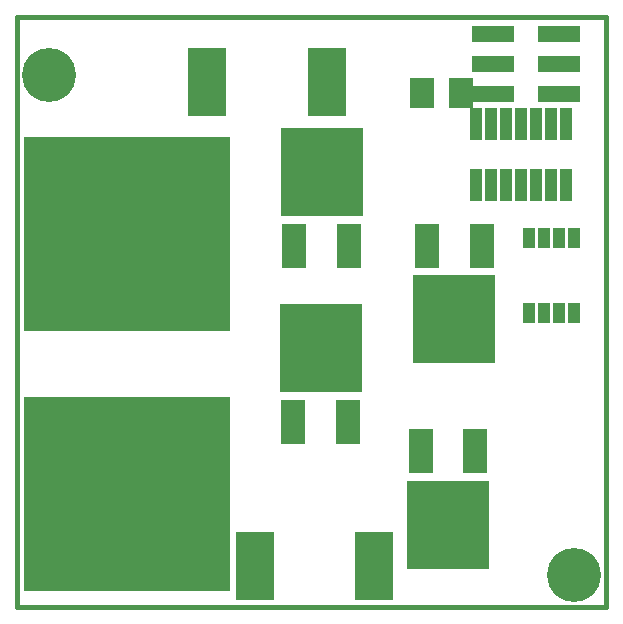
<source format=gts>
G04 (created by PCBNEW-RS274X (2012-01-19 BZR 3256)-stable) date 2/17/2013 5:40:49 PM*
G01*
G70*
G90*
%MOIN*%
G04 Gerber Fmt 3.4, Leading zero omitted, Abs format*
%FSLAX34Y34*%
G04 APERTURE LIST*
%ADD10C,0.006000*%
%ADD11C,0.015000*%
%ADD12R,0.139000X0.058000*%
%ADD13R,0.689300X0.649900*%
%ADD14C,0.180000*%
%ADD15R,0.044000X0.106900*%
%ADD16R,0.083000X0.146000*%
%ADD17R,0.275900X0.295600*%
%ADD18R,0.040000X0.065000*%
%ADD19R,0.130000X0.229000*%
%ADD20R,0.080000X0.100000*%
G04 APERTURE END LIST*
G54D10*
G54D11*
X39724Y-24642D02*
X39756Y-24642D01*
X39724Y-44311D02*
X39724Y-24642D01*
X59358Y-44311D02*
X39724Y-44311D01*
X59358Y-24642D02*
X59358Y-44311D01*
X39724Y-24642D02*
X59358Y-24642D01*
G54D12*
X55595Y-27208D03*
X55595Y-26208D03*
X55595Y-25208D03*
X57775Y-27208D03*
X57775Y-26208D03*
X57775Y-25208D03*
G54D13*
X43386Y-40536D03*
X43386Y-31874D03*
G54D14*
X58299Y-43260D03*
X40783Y-26575D03*
G54D15*
X58036Y-28210D03*
X57536Y-28210D03*
X57036Y-28210D03*
X56536Y-28210D03*
X56036Y-28210D03*
X55536Y-28210D03*
X55036Y-28210D03*
X55036Y-30260D03*
X55536Y-30260D03*
X56036Y-30260D03*
X56536Y-30260D03*
X57036Y-30260D03*
X57536Y-30260D03*
X58036Y-30260D03*
G54D16*
X55205Y-32270D03*
X53393Y-32270D03*
G54D17*
X54299Y-34730D03*
G54D16*
X48968Y-32273D03*
X50780Y-32273D03*
G54D17*
X49874Y-29813D03*
G54D16*
X55004Y-39116D03*
X53192Y-39116D03*
G54D17*
X54098Y-41576D03*
G54D16*
X48933Y-38155D03*
X50745Y-38155D03*
G54D17*
X49839Y-35695D03*
G54D18*
X58289Y-34506D03*
X57789Y-34506D03*
X57289Y-34506D03*
X56789Y-34506D03*
X56789Y-32006D03*
X57289Y-32006D03*
X57789Y-32006D03*
X58289Y-32006D03*
G54D19*
X47645Y-42945D03*
X51615Y-42945D03*
X50040Y-26811D03*
X46070Y-26811D03*
G54D20*
X54508Y-27169D03*
X53208Y-27169D03*
M02*

</source>
